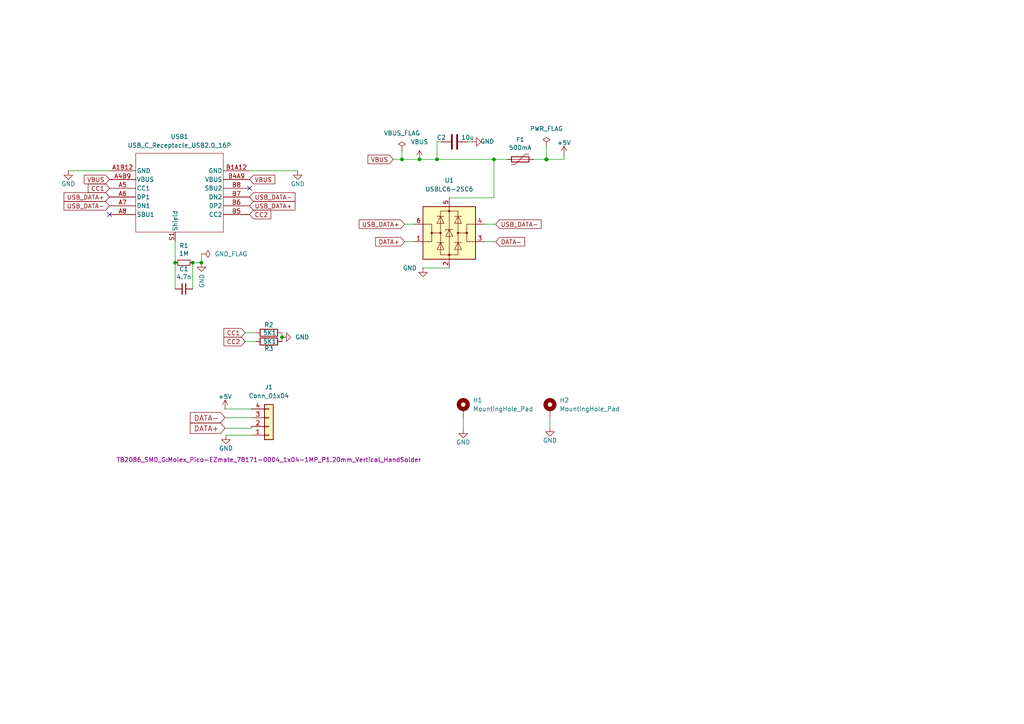
<source format=kicad_sch>
(kicad_sch (version 20250114) (generator "eeschema") (generator_version "9.0")
  (paper "A4")
  (lib_symbols
    (symbol "Connector_Generic:Conn_01x04" (pin_names (offset 1.016) (hide yes))
      (property "Reference" "J" (at 0 5.08 0))
      (property "Value" "Conn_01x04" (at 0 -7.62 0))
      (symbol "Conn_01x04_1_1"
        (rectangle (start -1.27 3.81) (end 1.27 -6.35) (stroke (width 0.254)) (fill (type background)))
        (rectangle (start -1.27 2.667) (end 0 2.413) (stroke (width 0.1524)))
        (rectangle (start -1.27 0.127) (end 0 -0.127) (stroke (width 0.1524)))
        (rectangle (start -1.27 -2.413) (end 0 -2.667) (stroke (width 0.1524)))
        (rectangle (start -1.27 -4.953) (end 0 -5.207) (stroke (width 0.1524)))
        (pin passive line (at -5.08 2.54 0) (length 3.81) (name "Pin_1") (number "1"))
        (pin passive line (at -5.08 0 0) (length 3.81) (name "Pin_2") (number "2"))
        (pin passive line (at -5.08 -2.54 0) (length 3.81) (name "Pin_3") (number "3"))
        (pin passive line (at -5.08 -5.08 0) (length 3.81) (name "Pin_4") (number "4"))
      )
    )
    (symbol "Device:C" (pin_numbers (hide yes)) (pin_names (offset 0.254))
      (property "Reference" "C" (at 0.635 2.54 0))
      (property "Value" "C" (at 0.635 -2.54 0))
      (symbol "C_0_1"
        (polyline (pts (xy -2.032 0.762) (xy 2.032 0.762)) (stroke (width 0.508)))
        (polyline (pts (xy -2.032 -0.762) (xy 2.032 -0.762)) (stroke (width 0.508)))
      )
      (symbol "C_1_1"
        (pin passive line (at 0 3.81 270) (length 2.794) (name "~") (number "1"))
        (pin passive line (at 0 -3.81 90) (length 2.794) (name "~") (number "2"))
      )
    )
    (symbol "Device:C_Small" (pin_numbers (hide yes)) (pin_names (offset 0.254) (hide yes))
      (property "Reference" "C" (at 0.254 1.778 0))
      (property "Value" "C_Small" (at 0.254 -2.032 0))
      (symbol "C_Small_0_1"
        (polyline (pts (xy -1.524 0.508) (xy 1.524 0.508)) (stroke (width 0.3048)))
        (polyline (pts (xy -1.524 -0.508) (xy 1.524 -0.508)) (stroke (width 0.3302)))
      )
      (symbol "C_Small_1_1"
        (pin passive line (at 0 2.54 270) (length 2.032) (name "~") (number "1"))
        (pin passive line (at 0 -2.54 90) (length 2.032) (name "~") (number "2"))
      )
    )
    (symbol "Device:Polyfuse" (pin_numbers (hide yes)) (pin_names (offset 0))
      (property "Reference" "F" (at -2.54 0 90))
      (property "Value" "Polyfuse" (at 2.54 0 90))
      (symbol "Polyfuse_0_1"
        (polyline (pts (xy -1.524 2.54) (xy -1.524 1.524) (xy 1.524 -1.524) (xy 1.524 -2.54)))
        (rectangle (start -0.762 2.54) (end 0.762 -2.54) (stroke (width 0.254)))
        (polyline (pts (xy 0 2.54) (xy 0 -2.54)))
      )
      (symbol "Polyfuse_1_1"
        (pin passive line (at 0 3.81 270) (length 1.27) (name "~") (number "1"))
        (pin passive line (at 0 -3.81 90) (length 1.27) (name "~") (number "2"))
      )
    )
    (symbol "Device:R" (pin_numbers (hide yes)) (pin_names (offset 0))
      (property "Reference" "R" (at 2.032 0 90))
      (property "Value" "R" (at 0 0 90))
      (symbol "R_0_1"
        (rectangle (start -1.016 -2.54) (end 1.016 2.54) (stroke (width 0.254)))
      )
      (symbol "R_1_1"
        (pin passive line (at 0 3.81 270) (length 1.27) (name "~") (number "1"))
        (pin passive line (at 0 -3.81 90) (length 1.27) (name "~") (number "2"))
      )
    )
    (symbol "Device:R_Small" (pin_numbers (hide yes)) (pin_names (offset 0.254) (hide yes))
      (property "Reference" "R" (at 0.762 0.508 0))
      (property "Value" "R_Small" (at 0.762 -1.016 0))
      (symbol "R_Small_0_1"
        (rectangle (start -0.762 1.778) (end 0.762 -1.778) (stroke (width 0.2032)))
      )
      (symbol "R_Small_1_1"
        (pin passive line (at 0 2.54 270) (length 0.762) (name "~") (number "1"))
        (pin passive line (at 0 -2.54 90) (length 0.762) (name "~") (number "2"))
      )
    )
    (symbol "Mechanical:MountingHole_Pad" (pin_numbers (hide yes)) (pin_names (offset 1.016) (hide yes)) (in_bom no)
      (property "Reference" "H" (at 0 6.35 0))
      (property "Value" "MountingHole_Pad" (at 0 4.445 0))
      (symbol "MountingHole_Pad_0_1"
        (circle (center 0 1.27) (radius 1.27) (stroke (width 1.27)))
      )
      (symbol "MountingHole_Pad_1_1"
        (pin input line (at 0 -2.54 90) (length 2.54) (name "1") (number "1"))
      )
    )
    (symbol "Power_Protection:USBLC6-2SC6" (pin_names (hide yes))
      (property "Reference" "U" (at 2.54 8.89 0))
      (property "Value" "USBLC6-2SC6" (at 2.54 -8.89 0))
      (symbol "USBLC6-2SC6_0_1"
        (rectangle (start -7.62 -7.62) (end 7.62 7.62) (stroke (width 0.254)) (fill (type background)))
        (polyline (pts (xy -5.08 2.54) (xy -7.62 2.54)))
        (circle (center -5.08 0) (radius 0.254) (fill (type outline)))
        (polyline (pts (xy -5.08 0) (xy -5.08 -2.54)))
        (polyline (pts (xy -5.08 -2.54) (xy -7.62 -2.54)))
        (polyline (pts (xy -3.556 2.794) (xy -1.524 2.794) (xy -2.54 4.826) (xy -3.556 2.794)))
        (polyline (pts (xy -3.556 -4.826) (xy -1.524 -4.826) (xy -2.54 -2.794) (xy -3.556 -4.826)))
        (rectangle (start -2.54 6.35) (end 2.54 -6.35))
        (circle (center -2.54 0) (radius 0.254) (fill (type outline)))
        (polyline (pts (xy -2.54 0) (xy -5.08 0) (xy -5.08 2.54)))
        (polyline (pts (xy -1.524 4.826) (xy -3.556 4.826)))
        (polyline (pts (xy -1.524 -2.794) (xy -3.556 -2.794)))
        (polyline (pts (xy -1.016 -1.016) (xy 1.016 -1.016) (xy 0 1.016) (xy -1.016 -1.016)))
        (circle (center 0 6.35) (radius 0.254) (fill (type outline)))
        (polyline (pts (xy 0 6.35) (xy 0 7.62)))
        (polyline (pts (xy 0 1.27) (xy 0 6.35)))
        (polyline (pts (xy 0 -6.35) (xy 0 1.27)))
        (circle (center 0 -6.35) (radius 0.254) (fill (type outline)))
        (polyline (pts (xy 0 -7.62) (xy 0 -6.35)))
        (polyline (pts (xy 1.016 1.016) (xy 0.762 1.016) (xy -1.016 1.016) (xy -1.016 0.508)))
        (polyline (pts (xy 1.524 4.826) (xy 3.556 4.826)))
        (polyline (pts (xy 1.524 -2.794) (xy 3.556 -2.794)))
        (polyline (pts (xy 2.54 0) (xy 5.08 0) (xy 5.08 2.54)))
        (circle (center 2.54 0) (radius 0.254) (fill (type outline)))
        (polyline (pts (xy 3.556 2.794) (xy 1.524 2.794) (xy 2.54 4.826) (xy 3.556 2.794)))
        (polyline (pts (xy 3.556 -4.826) (xy 1.524 -4.826) (xy 2.54 -2.794) (xy 3.556 -4.826)))
        (polyline (pts (xy 5.08 2.54) (xy 7.62 2.54)))
        (polyline (pts (xy 5.08 0) (xy 5.08 -2.54)))
        (circle (center 5.08 0) (radius 0.254) (fill (type outline)))
        (polyline (pts (xy 5.08 -2.54) (xy 7.62 -2.54)))
      )
      (symbol "USBLC6-2SC6_1_1"
        (pin passive line (at -10.16 2.54 0) (length 2.54) (name "I/O1") (number "6"))
        (pin passive line (at -10.16 -2.54 0) (length 2.54) (name "I/O1") (number "1"))
        (pin passive line (at 0 10.16 270) (length 2.54) (name "VBUS") (number "5"))
        (pin passive line (at 0 -10.16 90) (length 2.54) (name "GND") (number "2"))
        (pin passive line (at 10.16 2.54 180) (length 2.54) (name "I/O2") (number "4"))
        (pin passive line (at 10.16 -2.54 180) (length 2.54) (name "I/O2") (number "3"))
      )
    )
    (symbol "UltraLibrarian:TYPE-C-31-M-14" (pin_names (offset 0.254))
      (property "Reference" "U" (at 20.32 10.16 0))
      (property "Value" "TYPE-C-31-M-14" (at 20.32 7.62 0))
      (symbol "TYPE-C-31-M-14_0_1"
        (polyline (pts (xy 7.62 5.08) (xy 7.62 -17.78)) (stroke (width 0.127)))
        (polyline (pts (xy 7.62 -17.78) (xy 33.02 -17.78)) (stroke (width 0.127)))
        (polyline (pts (xy 33.02 5.08) (xy 7.62 5.08)) (stroke (width 0.127)))
        (polyline (pts (xy 33.02 -17.78) (xy 33.02 5.08)) (stroke (width 0.127)))
        (pin power_out line (at 0 0 0) (length 7.62) (name "GND") (number "A1B12"))
        (pin power_in line (at 0 -2.54 0) (length 7.62) (name "VBUS") (number "A4B9"))
        (pin bidirectional line (at 0 -5.08 0) (length 7.62) (name "CC1") (number "A5"))
        (pin bidirectional line (at 0 -7.62 0) (length 7.62) (name "DP1") (number "A6"))
        (pin bidirectional line (at 0 -10.16 0) (length 7.62) (name "DN1") (number "A7"))
        (pin bidirectional line (at 0 -12.7 0) (length 7.62) (name "SBU1") (number "A8"))
        (pin power_out line (at 40.64 0 180) (length 7.62) (name "GND") (number "B1A12"))
        (pin power_in line (at 40.64 -2.54 180) (length 7.62) (name "VBUS") (number "B4A9"))
        (pin bidirectional line (at 40.64 -5.08 180) (length 7.62) (name "SBU2") (number "B8"))
        (pin bidirectional line (at 40.64 -7.62 180) (length 7.62) (name "DN2") (number "B7"))
        (pin bidirectional line (at 40.64 -10.16 180) (length 7.62) (name "DP2") (number "B6"))
        (pin bidirectional line (at 40.64 -12.7 180) (length 7.62) (name "CC2") (number "B5"))
      )
      (symbol "TYPE-C-31-M-14_1_1"
        (pin input line (at 19.05 -20.32 90) (length 2.54) (name "Shield") (number "S1"))
      )
    )
    (symbol "nrfmicro-rescue:GND" (power) (pin_names (offset 0))
      (property "Value" "GND" (at 0 -3.81 0))
      (symbol "GND_0_1"
        (polyline (pts (xy 0 0) (xy 0 -1.27) (xy 1.27 -1.27) (xy 0 -2.54) (xy -1.27 -1.27) (xy 0 -1.27)))
      )
      (symbol "GND_1_1"
        (pin power_in line (at 0 0 270) (length 0) (hide yes) (name "GND") (number "1"))
      )
    )
    (symbol "power:+5V" (power) (pin_numbers (hide yes)) (pin_names (offset 0) (hide yes))
      (property "Value" "+5V" (at 0 3.556 0))
      (symbol "+5V_0_1"
        (polyline (pts (xy -0.762 1.27) (xy 0 2.54)))
        (polyline (pts (xy 0 2.54) (xy 0.762 1.27)))
        (polyline (pts (xy 0 0) (xy 0 2.54)))
      )
      (symbol "+5V_1_1"
        (pin power_in line (at 0 0 90) (length 0) (name "~") (number "1"))
      )
    )
    (symbol "power:GND" (power) (pin_numbers (hide yes)) (pin_names (offset 0) (hide yes))
      (property "Value" "GND" (at 0 -3.81 0))
      (symbol "GND_0_1"
        (polyline (pts (xy 0 0) (xy 0 -1.27) (xy 1.27 -1.27) (xy 0 -2.54) (xy -1.27 -1.27) (xy 0 -1.27)))
      )
      (symbol "GND_1_1"
        (pin power_in line (at 0 0 270) (length 0) (name "~") (number "1"))
      )
    )
    (symbol "power:PWR_FLAG" (power) (pin_numbers (hide yes)) (pin_names (offset 0) (hide yes))
      (property "Value" "PWR_FLAG" (at 0 3.81 0))
      (symbol "PWR_FLAG_0_0"
        (pin power_out line (at 0 0 90) (length 0) (name "~") (number "1"))
      )
      (symbol "PWR_FLAG_0_1"
        (polyline (pts (xy 0 0) (xy 0 1.27) (xy -1.016 1.905) (xy 0 2.54) (xy 1.016 1.905) (xy 0 1.27)))
      )
    )
    (symbol "power:VBUS" (power) (pin_numbers (hide yes)) (pin_names (offset 0) (hide yes))
      (property "Value" "VBUS" (at 0 3.556 0))
      (symbol "VBUS_0_1"
        (polyline (pts (xy -0.762 1.27) (xy 0 2.54)))
        (polyline (pts (xy 0 2.54) (xy 0.762 1.27)))
        (polyline (pts (xy 0 0) (xy 0 2.54)))
      )
      (symbol "VBUS_1_1"
        (pin power_in line (at 0 0 90) (length 0) (name "~") (number "1"))
      )
    )
  )
  (junction (at 143.256 46.228))
  (junction (at 81.788 97.79))
  (junction (at 55.88 76.2))
  (junction (at 58.42 76.2))
  (junction (at 121.666 46.228))
  (junction (at 116.586 46.228))
  (junction (at 158.496 46.228) (diameter 1.016))
  (junction (at 126.746 46.228))
  (junction (at 50.8 76.2))
  (no_connect (at 31.75 62.23))
  (no_connect (at 72.39 54.61))
  (wire (pts (xy 58.42 73.66) (xy 58.42 76.2)))
  (wire (pts (xy 71.12 96.52) (xy 74.168 96.52)))
  (wire (pts (xy 122.682 77.724) (xy 130.302 77.724)))
  (wire (pts (xy 55.88 76.2) (xy 58.42 76.2)))
  (wire (pts (xy 126.746 41.148) (xy 126.746 46.228)))
  (wire (pts (xy 72.898 124.206) (xy 72.898 123.698)))
  (wire (pts (xy 126.746 46.228) (xy 143.256 46.228)))
  (wire (pts (xy 65.278 118.618) (xy 72.898 118.618)))
  (wire (pts (xy 135.636 41.148) (xy 136.906 41.148)))
  (wire (pts (xy 121.666 46.228) (xy 126.746 46.228)))
  (wire (pts (xy 86.36 49.53) (xy 72.39 49.53)))
  (wire (pts (xy 116.586 43.688) (xy 116.586 46.228)))
  (wire (pts (xy 143.764 70.104) (xy 140.462 70.104)))
  (wire (pts (xy 55.88 83.82) (xy 55.88 76.2)))
  (wire (pts (xy 158.496 42.418) (xy 158.496 46.228)))
  (wire (pts (xy 114.046 46.228) (xy 116.586 46.228)))
  (wire (pts (xy 65.278 121.158) (xy 72.898 121.158)))
  (wire (pts (xy 50.8 69.85) (xy 50.8 76.2)))
  (wire (pts (xy 159.512 123.952) (xy 159.512 121.158)))
  (wire (pts (xy 81.788 96.52) (xy 81.788 97.79)))
  (wire (pts (xy 143.256 46.228) (xy 147.066 46.228)))
  (wire (pts (xy 116.586 46.228) (xy 121.666 46.228)))
  (wire (pts (xy 143.256 46.228) (xy 143.256 57.404)))
  (wire (pts (xy 117.348 65.024) (xy 120.142 65.024)))
  (wire (pts (xy 163.576 44.958) (xy 163.576 46.228)))
  (wire (pts (xy 154.686 46.228) (xy 158.496 46.228)))
  (wire (pts (xy 134.366 124.46) (xy 134.366 121.158)))
  (wire (pts (xy 50.8 76.2) (xy 50.8 83.82)))
  (wire (pts (xy 65.278 124.206) (xy 72.898 124.206)))
  (wire (pts (xy 19.812 49.53) (xy 31.75 49.53)))
  (wire (pts (xy 158.496 46.228) (xy 163.576 46.228)))
  (wire (pts (xy 81.788 97.79) (xy 81.788 99.06)))
  (wire (pts (xy 128.016 41.148) (xy 126.746 41.148)))
  (wire (pts (xy 117.348 70.104) (xy 120.142 70.104)))
  (wire (pts (xy 65.532 126.238) (xy 72.898 126.238)))
  (wire (pts (xy 71.12 99.06) (xy 74.168 99.06)))
  (wire (pts (xy 130.302 57.404) (xy 143.256 57.404)))
  (wire (pts (xy 143.764 65.024) (xy 140.462 65.024)))
  (global_label "VBUS" (shape input) (at 31.75 52.07 180) (property "Intersheetrefs" "${INTERSHEET_REFS}" (effects (hide yes))))
  (global_label "USB_DATA+" (shape input) (at 31.75 57.15 180) (property "Intersheetrefs" "${INTERSHEET_REFS}" (effects (hide yes))))
  (global_label "DATA-" (shape input) (at 143.764 70.104 0) (property "Intersheetrefs" "${INTERSHEET_REFS}" (effects (hide yes))))
  (global_label "VBUS" (shape input) (at 72.39 52.07 0) (property "Intersheetrefs" "${INTERSHEET_REFS}" (effects (hide yes))))
  (global_label "DATA+" (shape input) (at 65.278 124.206 180) (effects (font (size 1.524 1.524))) (property "Intersheetrefs" "${INTERSHEET_REFS}" (effects (hide yes))))
  (global_label "USB_DATA-" (shape input) (at 72.39 57.15 0) (property "Intersheetrefs" "${INTERSHEET_REFS}" (effects (hide yes))))
  (global_label "CC1" (shape input) (at 31.75 54.61 180) (property "Intersheetrefs" "${INTERSHEET_REFS}" (effects (hide yes))))
  (global_label "DATA-" (shape input) (at 65.278 121.158 180) (effects (font (size 1.524 1.524))) (property "Intersheetrefs" "${INTERSHEET_REFS}" (effects (hide yes))))
  (global_label "CC1" (shape input) (at 71.12 96.52 180) (property "Intersheetrefs" "${INTERSHEET_REFS}" (effects (hide yes))))
  (global_label "USB_DATA+" (shape input) (at 117.348 65.024 180) (property "Intersheetrefs" "${INTERSHEET_REFS}" (effects (hide yes))))
  (global_label "USB_DATA-" (shape input) (at 143.764 65.024 0) (property "Intersheetrefs" "${INTERSHEET_REFS}" (effects (hide yes))))
  (global_label "USB_DATA-" (shape input) (at 31.75 59.69 180) (property "Intersheetrefs" "${INTERSHEET_REFS}" (effects (hide yes))))
  (global_label "CC2" (shape input) (at 71.12 99.06 180) (property "Intersheetrefs" "${INTERSHEET_REFS}" (effects (hide yes))))
  (global_label "USB_DATA+" (shape input) (at 72.39 59.69 0) (property "Intersheetrefs" "${INTERSHEET_REFS}" (effects (hide yes))))
  (global_label "DATA+" (shape input) (at 117.348 70.104 180) (property "Intersheetrefs" "${INTERSHEET_REFS}" (effects (hide yes))))
  (global_label "CC2" (shape input) (at 72.39 62.23 0) (property "Intersheetrefs" "${INTERSHEET_REFS}" (effects (hide yes))))
  (global_label "VBUS" (shape input) (at 114.046 46.228 180) (property "Intersheetrefs" "${INTERSHEET_REFS}" (effects (hide yes))))
  (symbol (lib_id "Device:Polyfuse") (at 150.876 46.228 270) (unit 1)
    (property "Reference" "F1" (at 150.876 40.513 90))
    (property "Value" "500mA" (at 150.876 42.8244 90))
    (property "Footprint" "Fuse:Fuse_0805_2012Metric" (effects (hide yes)))
    (property "JLCSMT" "C66452" (effects (hide yes)))
    (property "LCSC" "C66452" (effects (hide yes)))
    (property "MPN" "SMD0805-050" (effects (hide yes)))
    (property "Manufacturer" "TECHFUSE" (effects (hide yes)))
  )
  (symbol (lib_id "power:GND") (at 136.906 41.148 90) (unit 1)
    (property "Reference" "#PWR07" (effects (hide yes)))
    (property "Value" "GND" (at 141.3002 41.021 90))
  )
  (symbol (lib_id "power:GND") (at 58.42 76.2 0) (unit 1)
    (property "Reference" "#PWR02" (effects (hide yes)))
    (property "Value" "GND" (at 58.547 79.4512 90) (effects (justify right)))
  )
  (symbol (lib_id "Device:R") (at 77.978 99.06 90) (unit 1)
    (property "Reference" "R3" (at 77.978 101.092 90))
    (property "Value" "5K1" (at 78.232 99.06 90))
    (property "Footprint" "Resistor_SMD:R_0603_1608Metric_Pad0.98x0.95mm_HandSolder" (effects (hide yes)))
    (property "Description" "Resistor" (effects (hide yes)))
    (property "LCSC" "C22356620" (effects (hide yes)))
  )
  (symbol (lib_id "Power_Protection:USBLC6-2SC6") (at 130.302 67.564 0) (unit 1)
    (property "Reference" "U1" (at 130.302 52.324 0))
    (property "Value" "USBLC6-2SC6" (at 130.302 54.864 0))
    (property "Footprint" "Package_TO_SOT_SMD:SOT-23-6" (effects (hide yes)))
    (property "Datasheet" "https://www.st.com/resource/en/datasheet/usblc6-2.pdf" (effects (hide yes)))
    (property "LCSC" "C2827654" (effects (hide yes)))
  )
  (symbol (lib_id "power:PWR_FLAG") (at 158.496 42.418 0) (unit 1)
    (property "Reference" "#FLG03" (effects (hide yes)))
    (property "Value" "PWR_FLAG" (at 158.496 37.338 0))
    (property "Description" "Special symbol for telling ERC where power comes from" (effects (hide yes)))
  )
  (symbol (lib_id "power:PWR_FLAG") (at 58.42 73.66 270) (unit 1)
    (property "Reference" "#FLG01" (effects (hide yes)))
    (property "Value" "GND_FLAG" (at 62.23 73.6599 90) (effects (justify left)))
    (property "Description" "Special symbol for telling ERC where power comes from" (effects (hide yes)))
  )
  (symbol (lib_id "nrfmicro-rescue:GND") (at 19.812 49.53 0) (unit 1)
    (property "Reference" "#PWR01" (effects (hide yes)))
    (property "Value" "GND" (at 19.812 53.34 0))
  )
  (symbol (lib_id "nrfmicro-rescue:GND") (at 65.532 126.238 0) (unit 1)
    (property "Reference" "#PWR03" (effects (hide yes)))
    (property "Value" "GND" (at 65.532 130.048 0))
  )
  (symbol (lib_id "Device:C") (at 131.826 41.148 270) (unit 1)
    (property "Reference" "C2" (at 128.016 39.878 90))
    (property "Value" "10u" (at 135.636 39.878 90))
    (property "Footprint" "Capacitor_SMD:C_0603_1608Metric" (effects (hide yes)))
    (property "JLCSMT" "C19702" (effects (hide yes)))
    (property "LCSC" "C19702" (effects (hide yes)))
    (property "MPN" "CL10A106KP8NNNC" (effects (hide yes)))
    (property "Manufacturer" "Samsung Electro-Mechanics" (effects (hide yes)))
  )
  (symbol (lib_id "Mechanical:MountingHole_Pad") (at 134.366 118.618 0) (unit 1) (in_bom no)
    (property "Reference" "H1" (at 137.16 116.0779 0) (effects (justify left)))
    (property "Value" "MountingHole_Pad" (at 137.16 118.6179 0) (effects (justify left)))
    (property "Footprint" "MountingHole:MountingHole_3.2mm_M3_Pad_Via" (effects (hide yes)))
    (property "Description" "Mounting Hole with connection" (effects (hide yes)))
  )
  (symbol (lib_id "nrfmicro-rescue:GND") (at 86.36 49.53 0) (unit 1)
    (property "Reference" "#PWR04" (effects (hide yes)))
    (property "Value" "GND" (at 86.36 53.34 0))
  )
  (symbol (lib_id "Device:R") (at 77.978 96.52 90) (unit 1)
    (property "Reference" "R2" (at 77.978 94.234 90))
    (property "Value" "5K1" (at 78.232 96.52 90))
    (property "Footprint" "Resistor_SMD:R_0603_1608Metric_Pad0.98x0.95mm_HandSolder" (effects (hide yes)))
    (property "Description" "Resistor" (effects (hide yes)))
    (property "LCSC" "C22356620" (effects (hide yes)))
  )
  (symbol (lib_id "power:VBUS") (at 121.666 46.228 0) (unit 1)
    (property "Reference" "#PWR05" (effects (hide yes)))
    (property "Value" "VBUS" (at 121.666 41.148 0))
    (property "Description" "Power symbol creates a global label with name \"VBUS\"" (effects (hide yes)))
  )
  (symbol (lib_id "power:PWR_FLAG") (at 116.586 43.688 0) (unit 1)
    (property "Reference" "#FLG02" (effects (hide yes)))
    (property "Value" "VBUS_FLAG" (at 116.586 38.608 0))
    (property "Description" "Special symbol for telling ERC where power comes from" (effects (hide yes)))
  )
  (symbol (lib_id "power:+5V") (at 65.278 118.618 0) (unit 1)
    (property "Reference" "#PWR010" (effects (hide yes)))
    (property "Value" "+5V" (at 65.278 115.0706 0))
  )
  (symbol (lib_id "nrfmicro-rescue:GND") (at 134.366 124.46 0) (unit 1)
    (property "Reference" "#PWR08" (effects (hide yes)))
    (property "Value" "GND" (at 134.366 128.27 0))
  )
  (symbol (lib_id "Mechanical:MountingHole_Pad") (at 159.512 118.618 0) (unit 1) (in_bom no)
    (property "Reference" "H2" (at 162.306 116.0779 0) (effects (justify left)))
    (property "Value" "MountingHole_Pad" (at 162.306 118.6179 0) (effects (justify left)))
    (property "Footprint" "MountingHole:MountingHole_3.2mm_M3_Pad_Via" (effects (hide yes)))
    (property "Description" "Mounting Hole with connection" (effects (hide yes)))
  )
  (symbol (lib_id "Connector_Generic:Conn_01x04") (at 77.978 123.698 0) (mirror x) (unit 1)
    (property "Reference" "J1" (at 77.978 112.268 0))
    (property "Value" "Conn_01x04" (at 77.978 114.808 0))
    (property "Footprint" "TB2086_SMD_G:Molex_Pico-EZmate_78171-0004_1x04-1MP_P1.20mm_Vertical_HandSolder" (at 77.978 133.35 0))
  )
  (symbol (lib_id "nrfmicro-rescue:GND") (at 159.512 123.952 0) (unit 1)
    (property "Reference" "#PWR09" (effects (hide yes)))
    (property "Value" "GND" (at 159.512 127.762 0))
  )
  (symbol (lib_id "UltraLibrarian:TYPE-C-31-M-14") (at 31.75 49.53 0) (unit 1)
    (property "Reference" "USB1" (at 52.07 39.624 0))
    (property "Value" "USB_C_Receptacle_USB2.0_16P" (at 52.07 42.164 0))
    (property "Footprint" "ULTRA_LIBRARIAN:TYPE-C-31-M-14_HRO" (effects (hide yes)))
    (property "Datasheet" "TYPE-C-31-M-14" (effects (hide yes)))
    (property "Description" "USB 2.0-only 16P Type-C Receptacle connector" (effects (hide yes)))
  )
  (symbol (lib_id "power:GND") (at 122.682 77.724 0) (unit 1)
    (property "Reference" "#PWR012" (effects (hide yes)))
    (property "Value" "GND" (at 118.872 77.724 0))
  )
  (symbol (lib_id "Device:R_Small") (at 53.34 76.2 270) (unit 1)
    (property "Reference" "R1" (at 53.34 71.2216 90))
    (property "Value" "1M" (at 53.34 73.533 90))
    (property "Footprint" "Resistor_SMD:R_0603_1608Metric_Pad0.98x0.95mm_HandSolder" (effects (hide yes)))
  )
  (symbol (lib_id "power:+5V") (at 163.576 44.958 0) (unit 1)
    (property "Reference" "#PWR031" (effects (hide yes)))
    (property "Value" "+5V" (at 163.576 41.4106 0))
  )
  (symbol (lib_id "power:GND") (at 81.788 97.79 90) (unit 1)
    (property "Reference" "#PWR06" (effects (hide yes)))
    (property "Value" "GND" (at 85.598 97.7899 90) (effects (justify right)))
    (property "Description" "Power symbol creates a global label with name \"GND\" , ground" (effects (hide yes)))
  )
  (symbol (lib_id "Device:C_Small") (at 53.34 83.82 270) (unit 1)
    (property "Reference" "C1" (at 53.34 78.0034 90))
    (property "Value" "4.7n" (at 53.34 80.3148 90))
    (property "Footprint" "Capacitor_SMD:C_0805_2012Metric" (effects (hide yes)))
    (property "LCSC" "C16036" (effects (hide yes)))
  )
)
</source>
